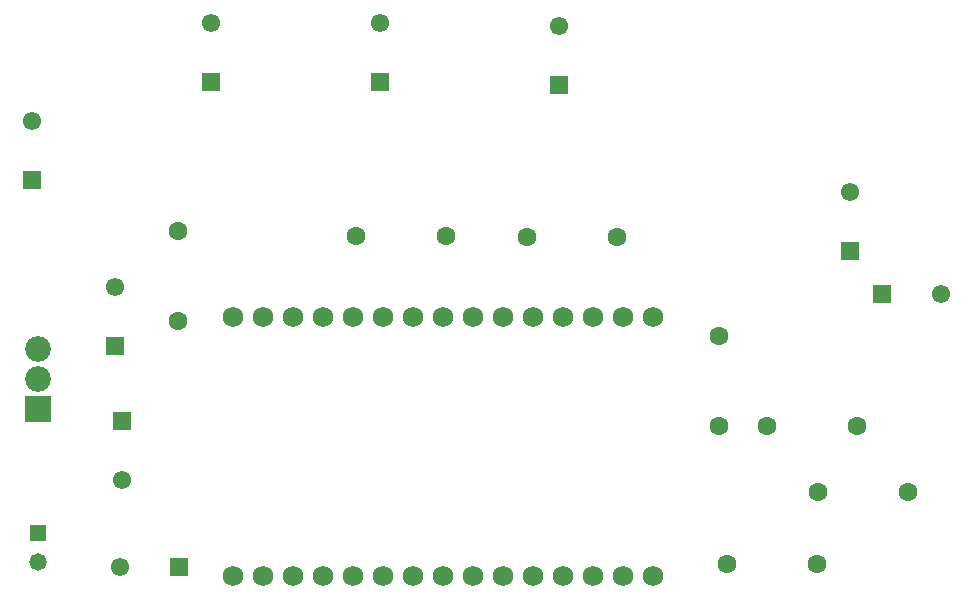
<source format=gbs>
G04*
G04 #@! TF.GenerationSoftware,Altium Limited,Altium Designer,21.4.1 (30)*
G04*
G04 Layer_Color=16711935*
%FSLAX44Y44*%
%MOMM*%
G71*
G04*
G04 #@! TF.SameCoordinates,70A570FA-FAE6-4AEE-A749-F6A98553B2A2*
G04*
G04*
G04 #@! TF.FilePolarity,Negative*
G04*
G01*
G75*
%ADD14C,1.6032*%
%ADD15R,1.5532X1.5532*%
%ADD16C,1.5532*%
%ADD17C,1.7332*%
%ADD18R,1.5532X1.5532*%
%ADD19R,2.1832X2.1832*%
%ADD20C,2.1832*%
%ADD21R,1.4782X1.4782*%
%ADD22C,1.4782*%
D14*
X1093470Y455930D02*
D03*
X1017270D02*
D03*
X1170940Y516890D02*
D03*
X1094740D02*
D03*
X703580Y734060D02*
D03*
X779780D02*
D03*
X1010920Y572770D02*
D03*
Y648970D02*
D03*
X1127760Y572770D02*
D03*
X1051560D02*
D03*
X924560Y732790D02*
D03*
X848360D02*
D03*
X552450Y661670D02*
D03*
Y737870D02*
D03*
D15*
X505460Y577140D02*
D03*
X499110Y640480D02*
D03*
X1121410Y721330D02*
D03*
X875030Y861460D02*
D03*
X723900Y864400D02*
D03*
X429260Y781450D02*
D03*
X580390Y864000D02*
D03*
D16*
X505460Y527140D02*
D03*
X499110Y690480D02*
D03*
X1198480Y684530D02*
D03*
X503320Y453390D02*
D03*
X1121410Y771330D02*
D03*
X875030Y911460D02*
D03*
X723900Y914400D02*
D03*
X429260Y831450D02*
D03*
X580390Y914000D02*
D03*
D17*
X955040Y665480D02*
D03*
X929640D02*
D03*
X904240D02*
D03*
X878840D02*
D03*
X853440D02*
D03*
X828040D02*
D03*
X802640D02*
D03*
X777240D02*
D03*
X751840D02*
D03*
X726440D02*
D03*
X701040D02*
D03*
X675640D02*
D03*
X650240D02*
D03*
X624840D02*
D03*
X599440D02*
D03*
X955040Y445770D02*
D03*
X929640D02*
D03*
X904240D02*
D03*
X878840D02*
D03*
X853440D02*
D03*
X828040D02*
D03*
X802640D02*
D03*
X777240D02*
D03*
X751840D02*
D03*
X726440D02*
D03*
X701040D02*
D03*
X675640D02*
D03*
X650240D02*
D03*
X624840D02*
D03*
X599440D02*
D03*
D18*
X1148480Y684530D02*
D03*
X553320Y453390D02*
D03*
D19*
X434340Y587500D02*
D03*
D20*
Y613000D02*
D03*
Y638500D02*
D03*
D21*
X434340Y482600D02*
D03*
D22*
Y457600D02*
D03*
M02*

</source>
